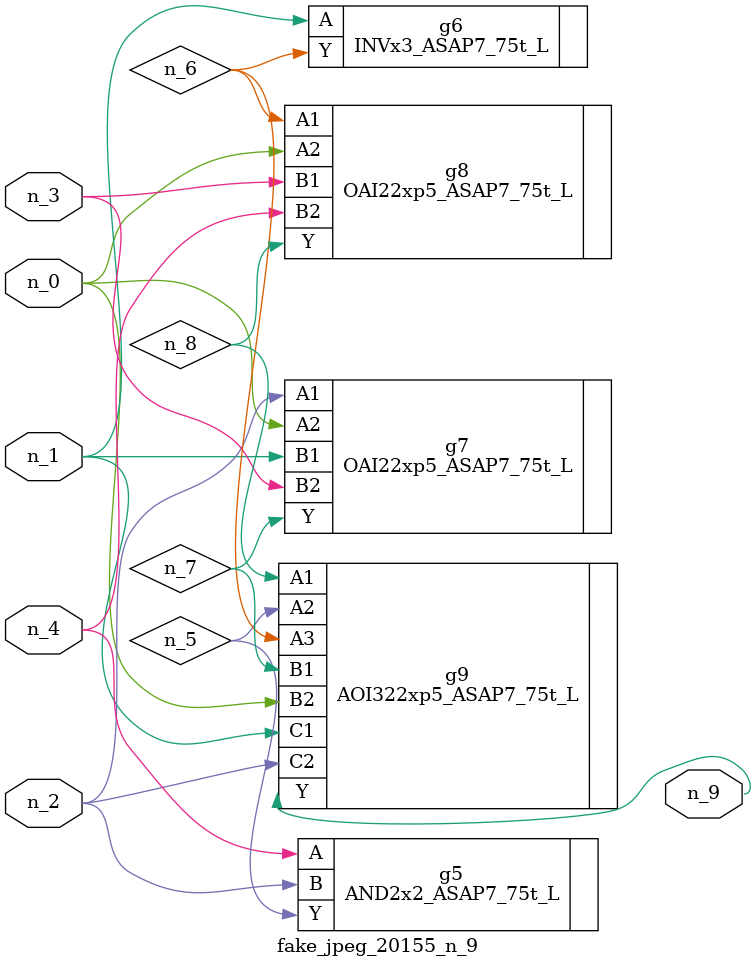
<source format=v>
module fake_jpeg_20155_n_9 (n_3, n_2, n_1, n_0, n_4, n_9);

input n_3;
input n_2;
input n_1;
input n_0;
input n_4;

output n_9;

wire n_8;
wire n_6;
wire n_5;
wire n_7;

AND2x2_ASAP7_75t_L g5 ( 
.A(n_4),
.B(n_2),
.Y(n_5)
);

INVx3_ASAP7_75t_L g6 ( 
.A(n_1),
.Y(n_6)
);

OAI22xp5_ASAP7_75t_L g7 ( 
.A1(n_2),
.A2(n_0),
.B1(n_1),
.B2(n_3),
.Y(n_7)
);

OAI22xp5_ASAP7_75t_L g8 ( 
.A1(n_6),
.A2(n_0),
.B1(n_3),
.B2(n_4),
.Y(n_8)
);

AOI322xp5_ASAP7_75t_L g9 ( 
.A1(n_8),
.A2(n_5),
.A3(n_6),
.B1(n_7),
.B2(n_0),
.C1(n_1),
.C2(n_2),
.Y(n_9)
);


endmodule
</source>
